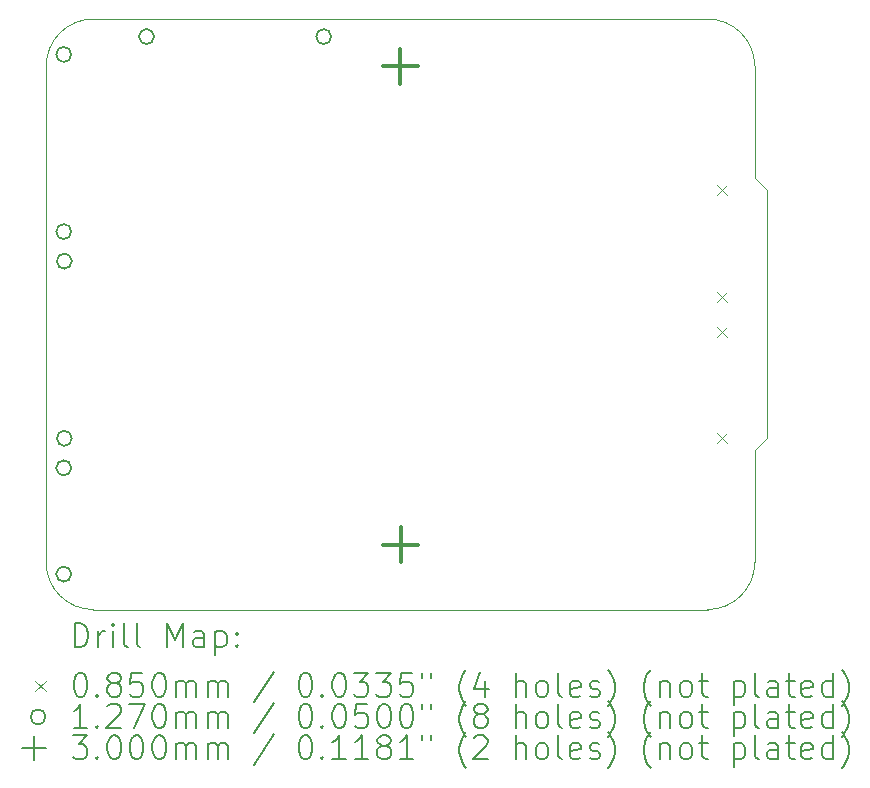
<source format=gbr>
%TF.GenerationSoftware,KiCad,Pcbnew,7.0.2*%
%TF.CreationDate,2023-11-21T14:40:06-06:00*%
%TF.ProjectId,LeaderSOM,4c656164-6572-4534-9f4d-2e6b69636164,rev?*%
%TF.SameCoordinates,Original*%
%TF.FileFunction,Drillmap*%
%TF.FilePolarity,Positive*%
%FSLAX45Y45*%
G04 Gerber Fmt 4.5, Leading zero omitted, Abs format (unit mm)*
G04 Created by KiCad (PCBNEW 7.0.2) date 2023-11-21 14:40:06*
%MOMM*%
%LPD*%
G01*
G04 APERTURE LIST*
%ADD10C,0.100000*%
%ADD11C,0.200000*%
%ADD12C,0.085000*%
%ADD13C,0.127000*%
%ADD14C,0.300000*%
G04 APERTURE END LIST*
D10*
X15100000Y-6350000D02*
X15100000Y-8450000D01*
X9400000Y-9900000D02*
X14600000Y-9900000D01*
X15000000Y-6250000D02*
X15100000Y-6350000D01*
X15000000Y-5300000D02*
G75*
G03*
X14600000Y-4900000I-400000J0D01*
G01*
X15000000Y-5300000D02*
X15000000Y-6250000D01*
X14600000Y-9900000D02*
G75*
G03*
X15000000Y-9500000I0J400000D01*
G01*
X15100000Y-8450000D02*
X15000000Y-8550000D01*
X15000000Y-8550000D02*
X15000000Y-9500000D01*
X9400000Y-4900000D02*
G75*
G03*
X9000000Y-5300000I0J-400000D01*
G01*
X9000000Y-5300000D02*
X9000000Y-9500000D01*
X9000000Y-9500000D02*
G75*
G03*
X9400000Y-9900000I400000J0D01*
G01*
X9400000Y-4900000D02*
X14600000Y-4900000D01*
D11*
D12*
X14682500Y-6307500D02*
X14767500Y-6392500D01*
X14767500Y-6307500D02*
X14682500Y-6392500D01*
X14682500Y-7207500D02*
X14767500Y-7292500D01*
X14767500Y-7207500D02*
X14682500Y-7292500D01*
X14682500Y-7507500D02*
X14767500Y-7592500D01*
X14767500Y-7507500D02*
X14682500Y-7592500D01*
X14682500Y-8407500D02*
X14767500Y-8492500D01*
X14767500Y-8407500D02*
X14682500Y-8492500D01*
D13*
X9212500Y-5200000D02*
G75*
G03*
X9212500Y-5200000I-63500J0D01*
G01*
X9212500Y-6700000D02*
G75*
G03*
X9212500Y-6700000I-63500J0D01*
G01*
X9212500Y-8700000D02*
G75*
G03*
X9212500Y-8700000I-63500J0D01*
G01*
X9212500Y-9600000D02*
G75*
G03*
X9212500Y-9600000I-63500J0D01*
G01*
X9217500Y-6950000D02*
G75*
G03*
X9217500Y-6950000I-63500J0D01*
G01*
X9217500Y-8450000D02*
G75*
G03*
X9217500Y-8450000I-63500J0D01*
G01*
X9913500Y-5049000D02*
G75*
G03*
X9913500Y-5049000I-63500J0D01*
G01*
X11413500Y-5049000D02*
G75*
G03*
X11413500Y-5049000I-63500J0D01*
G01*
D14*
X12000000Y-5150000D02*
X12000000Y-5450000D01*
X11850000Y-5300000D02*
X12150000Y-5300000D01*
X12002500Y-9200000D02*
X12002500Y-9500000D01*
X11852500Y-9350000D02*
X12152500Y-9350000D01*
D11*
X9242619Y-10217524D02*
X9242619Y-10017524D01*
X9242619Y-10017524D02*
X9290238Y-10017524D01*
X9290238Y-10017524D02*
X9318810Y-10027048D01*
X9318810Y-10027048D02*
X9337857Y-10046095D01*
X9337857Y-10046095D02*
X9347381Y-10065143D01*
X9347381Y-10065143D02*
X9356905Y-10103238D01*
X9356905Y-10103238D02*
X9356905Y-10131810D01*
X9356905Y-10131810D02*
X9347381Y-10169905D01*
X9347381Y-10169905D02*
X9337857Y-10188952D01*
X9337857Y-10188952D02*
X9318810Y-10208000D01*
X9318810Y-10208000D02*
X9290238Y-10217524D01*
X9290238Y-10217524D02*
X9242619Y-10217524D01*
X9442619Y-10217524D02*
X9442619Y-10084190D01*
X9442619Y-10122286D02*
X9452143Y-10103238D01*
X9452143Y-10103238D02*
X9461667Y-10093714D01*
X9461667Y-10093714D02*
X9480714Y-10084190D01*
X9480714Y-10084190D02*
X9499762Y-10084190D01*
X9566429Y-10217524D02*
X9566429Y-10084190D01*
X9566429Y-10017524D02*
X9556905Y-10027048D01*
X9556905Y-10027048D02*
X9566429Y-10036571D01*
X9566429Y-10036571D02*
X9575952Y-10027048D01*
X9575952Y-10027048D02*
X9566429Y-10017524D01*
X9566429Y-10017524D02*
X9566429Y-10036571D01*
X9690238Y-10217524D02*
X9671190Y-10208000D01*
X9671190Y-10208000D02*
X9661667Y-10188952D01*
X9661667Y-10188952D02*
X9661667Y-10017524D01*
X9795000Y-10217524D02*
X9775952Y-10208000D01*
X9775952Y-10208000D02*
X9766429Y-10188952D01*
X9766429Y-10188952D02*
X9766429Y-10017524D01*
X10023571Y-10217524D02*
X10023571Y-10017524D01*
X10023571Y-10017524D02*
X10090238Y-10160381D01*
X10090238Y-10160381D02*
X10156905Y-10017524D01*
X10156905Y-10017524D02*
X10156905Y-10217524D01*
X10337857Y-10217524D02*
X10337857Y-10112762D01*
X10337857Y-10112762D02*
X10328333Y-10093714D01*
X10328333Y-10093714D02*
X10309286Y-10084190D01*
X10309286Y-10084190D02*
X10271190Y-10084190D01*
X10271190Y-10084190D02*
X10252143Y-10093714D01*
X10337857Y-10208000D02*
X10318810Y-10217524D01*
X10318810Y-10217524D02*
X10271190Y-10217524D01*
X10271190Y-10217524D02*
X10252143Y-10208000D01*
X10252143Y-10208000D02*
X10242619Y-10188952D01*
X10242619Y-10188952D02*
X10242619Y-10169905D01*
X10242619Y-10169905D02*
X10252143Y-10150857D01*
X10252143Y-10150857D02*
X10271190Y-10141333D01*
X10271190Y-10141333D02*
X10318810Y-10141333D01*
X10318810Y-10141333D02*
X10337857Y-10131810D01*
X10433095Y-10084190D02*
X10433095Y-10284190D01*
X10433095Y-10093714D02*
X10452143Y-10084190D01*
X10452143Y-10084190D02*
X10490238Y-10084190D01*
X10490238Y-10084190D02*
X10509286Y-10093714D01*
X10509286Y-10093714D02*
X10518810Y-10103238D01*
X10518810Y-10103238D02*
X10528333Y-10122286D01*
X10528333Y-10122286D02*
X10528333Y-10179429D01*
X10528333Y-10179429D02*
X10518810Y-10198476D01*
X10518810Y-10198476D02*
X10509286Y-10208000D01*
X10509286Y-10208000D02*
X10490238Y-10217524D01*
X10490238Y-10217524D02*
X10452143Y-10217524D01*
X10452143Y-10217524D02*
X10433095Y-10208000D01*
X10614048Y-10198476D02*
X10623571Y-10208000D01*
X10623571Y-10208000D02*
X10614048Y-10217524D01*
X10614048Y-10217524D02*
X10604524Y-10208000D01*
X10604524Y-10208000D02*
X10614048Y-10198476D01*
X10614048Y-10198476D02*
X10614048Y-10217524D01*
X10614048Y-10093714D02*
X10623571Y-10103238D01*
X10623571Y-10103238D02*
X10614048Y-10112762D01*
X10614048Y-10112762D02*
X10604524Y-10103238D01*
X10604524Y-10103238D02*
X10614048Y-10093714D01*
X10614048Y-10093714D02*
X10614048Y-10112762D01*
D12*
X8910000Y-10502500D02*
X8995000Y-10587500D01*
X8995000Y-10502500D02*
X8910000Y-10587500D01*
D11*
X9280714Y-10437524D02*
X9299762Y-10437524D01*
X9299762Y-10437524D02*
X9318810Y-10447048D01*
X9318810Y-10447048D02*
X9328333Y-10456571D01*
X9328333Y-10456571D02*
X9337857Y-10475619D01*
X9337857Y-10475619D02*
X9347381Y-10513714D01*
X9347381Y-10513714D02*
X9347381Y-10561333D01*
X9347381Y-10561333D02*
X9337857Y-10599429D01*
X9337857Y-10599429D02*
X9328333Y-10618476D01*
X9328333Y-10618476D02*
X9318810Y-10628000D01*
X9318810Y-10628000D02*
X9299762Y-10637524D01*
X9299762Y-10637524D02*
X9280714Y-10637524D01*
X9280714Y-10637524D02*
X9261667Y-10628000D01*
X9261667Y-10628000D02*
X9252143Y-10618476D01*
X9252143Y-10618476D02*
X9242619Y-10599429D01*
X9242619Y-10599429D02*
X9233095Y-10561333D01*
X9233095Y-10561333D02*
X9233095Y-10513714D01*
X9233095Y-10513714D02*
X9242619Y-10475619D01*
X9242619Y-10475619D02*
X9252143Y-10456571D01*
X9252143Y-10456571D02*
X9261667Y-10447048D01*
X9261667Y-10447048D02*
X9280714Y-10437524D01*
X9433095Y-10618476D02*
X9442619Y-10628000D01*
X9442619Y-10628000D02*
X9433095Y-10637524D01*
X9433095Y-10637524D02*
X9423571Y-10628000D01*
X9423571Y-10628000D02*
X9433095Y-10618476D01*
X9433095Y-10618476D02*
X9433095Y-10637524D01*
X9556905Y-10523238D02*
X9537857Y-10513714D01*
X9537857Y-10513714D02*
X9528333Y-10504190D01*
X9528333Y-10504190D02*
X9518810Y-10485143D01*
X9518810Y-10485143D02*
X9518810Y-10475619D01*
X9518810Y-10475619D02*
X9528333Y-10456571D01*
X9528333Y-10456571D02*
X9537857Y-10447048D01*
X9537857Y-10447048D02*
X9556905Y-10437524D01*
X9556905Y-10437524D02*
X9595000Y-10437524D01*
X9595000Y-10437524D02*
X9614048Y-10447048D01*
X9614048Y-10447048D02*
X9623571Y-10456571D01*
X9623571Y-10456571D02*
X9633095Y-10475619D01*
X9633095Y-10475619D02*
X9633095Y-10485143D01*
X9633095Y-10485143D02*
X9623571Y-10504190D01*
X9623571Y-10504190D02*
X9614048Y-10513714D01*
X9614048Y-10513714D02*
X9595000Y-10523238D01*
X9595000Y-10523238D02*
X9556905Y-10523238D01*
X9556905Y-10523238D02*
X9537857Y-10532762D01*
X9537857Y-10532762D02*
X9528333Y-10542286D01*
X9528333Y-10542286D02*
X9518810Y-10561333D01*
X9518810Y-10561333D02*
X9518810Y-10599429D01*
X9518810Y-10599429D02*
X9528333Y-10618476D01*
X9528333Y-10618476D02*
X9537857Y-10628000D01*
X9537857Y-10628000D02*
X9556905Y-10637524D01*
X9556905Y-10637524D02*
X9595000Y-10637524D01*
X9595000Y-10637524D02*
X9614048Y-10628000D01*
X9614048Y-10628000D02*
X9623571Y-10618476D01*
X9623571Y-10618476D02*
X9633095Y-10599429D01*
X9633095Y-10599429D02*
X9633095Y-10561333D01*
X9633095Y-10561333D02*
X9623571Y-10542286D01*
X9623571Y-10542286D02*
X9614048Y-10532762D01*
X9614048Y-10532762D02*
X9595000Y-10523238D01*
X9814048Y-10437524D02*
X9718810Y-10437524D01*
X9718810Y-10437524D02*
X9709286Y-10532762D01*
X9709286Y-10532762D02*
X9718810Y-10523238D01*
X9718810Y-10523238D02*
X9737857Y-10513714D01*
X9737857Y-10513714D02*
X9785476Y-10513714D01*
X9785476Y-10513714D02*
X9804524Y-10523238D01*
X9804524Y-10523238D02*
X9814048Y-10532762D01*
X9814048Y-10532762D02*
X9823571Y-10551810D01*
X9823571Y-10551810D02*
X9823571Y-10599429D01*
X9823571Y-10599429D02*
X9814048Y-10618476D01*
X9814048Y-10618476D02*
X9804524Y-10628000D01*
X9804524Y-10628000D02*
X9785476Y-10637524D01*
X9785476Y-10637524D02*
X9737857Y-10637524D01*
X9737857Y-10637524D02*
X9718810Y-10628000D01*
X9718810Y-10628000D02*
X9709286Y-10618476D01*
X9947381Y-10437524D02*
X9966429Y-10437524D01*
X9966429Y-10437524D02*
X9985476Y-10447048D01*
X9985476Y-10447048D02*
X9995000Y-10456571D01*
X9995000Y-10456571D02*
X10004524Y-10475619D01*
X10004524Y-10475619D02*
X10014048Y-10513714D01*
X10014048Y-10513714D02*
X10014048Y-10561333D01*
X10014048Y-10561333D02*
X10004524Y-10599429D01*
X10004524Y-10599429D02*
X9995000Y-10618476D01*
X9995000Y-10618476D02*
X9985476Y-10628000D01*
X9985476Y-10628000D02*
X9966429Y-10637524D01*
X9966429Y-10637524D02*
X9947381Y-10637524D01*
X9947381Y-10637524D02*
X9928333Y-10628000D01*
X9928333Y-10628000D02*
X9918810Y-10618476D01*
X9918810Y-10618476D02*
X9909286Y-10599429D01*
X9909286Y-10599429D02*
X9899762Y-10561333D01*
X9899762Y-10561333D02*
X9899762Y-10513714D01*
X9899762Y-10513714D02*
X9909286Y-10475619D01*
X9909286Y-10475619D02*
X9918810Y-10456571D01*
X9918810Y-10456571D02*
X9928333Y-10447048D01*
X9928333Y-10447048D02*
X9947381Y-10437524D01*
X10099762Y-10637524D02*
X10099762Y-10504190D01*
X10099762Y-10523238D02*
X10109286Y-10513714D01*
X10109286Y-10513714D02*
X10128333Y-10504190D01*
X10128333Y-10504190D02*
X10156905Y-10504190D01*
X10156905Y-10504190D02*
X10175952Y-10513714D01*
X10175952Y-10513714D02*
X10185476Y-10532762D01*
X10185476Y-10532762D02*
X10185476Y-10637524D01*
X10185476Y-10532762D02*
X10195000Y-10513714D01*
X10195000Y-10513714D02*
X10214048Y-10504190D01*
X10214048Y-10504190D02*
X10242619Y-10504190D01*
X10242619Y-10504190D02*
X10261667Y-10513714D01*
X10261667Y-10513714D02*
X10271191Y-10532762D01*
X10271191Y-10532762D02*
X10271191Y-10637524D01*
X10366429Y-10637524D02*
X10366429Y-10504190D01*
X10366429Y-10523238D02*
X10375952Y-10513714D01*
X10375952Y-10513714D02*
X10395000Y-10504190D01*
X10395000Y-10504190D02*
X10423572Y-10504190D01*
X10423572Y-10504190D02*
X10442619Y-10513714D01*
X10442619Y-10513714D02*
X10452143Y-10532762D01*
X10452143Y-10532762D02*
X10452143Y-10637524D01*
X10452143Y-10532762D02*
X10461667Y-10513714D01*
X10461667Y-10513714D02*
X10480714Y-10504190D01*
X10480714Y-10504190D02*
X10509286Y-10504190D01*
X10509286Y-10504190D02*
X10528333Y-10513714D01*
X10528333Y-10513714D02*
X10537857Y-10532762D01*
X10537857Y-10532762D02*
X10537857Y-10637524D01*
X10928333Y-10428000D02*
X10756905Y-10685143D01*
X11185476Y-10437524D02*
X11204524Y-10437524D01*
X11204524Y-10437524D02*
X11223572Y-10447048D01*
X11223572Y-10447048D02*
X11233095Y-10456571D01*
X11233095Y-10456571D02*
X11242619Y-10475619D01*
X11242619Y-10475619D02*
X11252143Y-10513714D01*
X11252143Y-10513714D02*
X11252143Y-10561333D01*
X11252143Y-10561333D02*
X11242619Y-10599429D01*
X11242619Y-10599429D02*
X11233095Y-10618476D01*
X11233095Y-10618476D02*
X11223572Y-10628000D01*
X11223572Y-10628000D02*
X11204524Y-10637524D01*
X11204524Y-10637524D02*
X11185476Y-10637524D01*
X11185476Y-10637524D02*
X11166429Y-10628000D01*
X11166429Y-10628000D02*
X11156905Y-10618476D01*
X11156905Y-10618476D02*
X11147381Y-10599429D01*
X11147381Y-10599429D02*
X11137857Y-10561333D01*
X11137857Y-10561333D02*
X11137857Y-10513714D01*
X11137857Y-10513714D02*
X11147381Y-10475619D01*
X11147381Y-10475619D02*
X11156905Y-10456571D01*
X11156905Y-10456571D02*
X11166429Y-10447048D01*
X11166429Y-10447048D02*
X11185476Y-10437524D01*
X11337857Y-10618476D02*
X11347381Y-10628000D01*
X11347381Y-10628000D02*
X11337857Y-10637524D01*
X11337857Y-10637524D02*
X11328333Y-10628000D01*
X11328333Y-10628000D02*
X11337857Y-10618476D01*
X11337857Y-10618476D02*
X11337857Y-10637524D01*
X11471191Y-10437524D02*
X11490238Y-10437524D01*
X11490238Y-10437524D02*
X11509286Y-10447048D01*
X11509286Y-10447048D02*
X11518810Y-10456571D01*
X11518810Y-10456571D02*
X11528333Y-10475619D01*
X11528333Y-10475619D02*
X11537857Y-10513714D01*
X11537857Y-10513714D02*
X11537857Y-10561333D01*
X11537857Y-10561333D02*
X11528333Y-10599429D01*
X11528333Y-10599429D02*
X11518810Y-10618476D01*
X11518810Y-10618476D02*
X11509286Y-10628000D01*
X11509286Y-10628000D02*
X11490238Y-10637524D01*
X11490238Y-10637524D02*
X11471191Y-10637524D01*
X11471191Y-10637524D02*
X11452143Y-10628000D01*
X11452143Y-10628000D02*
X11442619Y-10618476D01*
X11442619Y-10618476D02*
X11433095Y-10599429D01*
X11433095Y-10599429D02*
X11423572Y-10561333D01*
X11423572Y-10561333D02*
X11423572Y-10513714D01*
X11423572Y-10513714D02*
X11433095Y-10475619D01*
X11433095Y-10475619D02*
X11442619Y-10456571D01*
X11442619Y-10456571D02*
X11452143Y-10447048D01*
X11452143Y-10447048D02*
X11471191Y-10437524D01*
X11604524Y-10437524D02*
X11728333Y-10437524D01*
X11728333Y-10437524D02*
X11661667Y-10513714D01*
X11661667Y-10513714D02*
X11690238Y-10513714D01*
X11690238Y-10513714D02*
X11709286Y-10523238D01*
X11709286Y-10523238D02*
X11718810Y-10532762D01*
X11718810Y-10532762D02*
X11728333Y-10551810D01*
X11728333Y-10551810D02*
X11728333Y-10599429D01*
X11728333Y-10599429D02*
X11718810Y-10618476D01*
X11718810Y-10618476D02*
X11709286Y-10628000D01*
X11709286Y-10628000D02*
X11690238Y-10637524D01*
X11690238Y-10637524D02*
X11633095Y-10637524D01*
X11633095Y-10637524D02*
X11614048Y-10628000D01*
X11614048Y-10628000D02*
X11604524Y-10618476D01*
X11795000Y-10437524D02*
X11918810Y-10437524D01*
X11918810Y-10437524D02*
X11852143Y-10513714D01*
X11852143Y-10513714D02*
X11880714Y-10513714D01*
X11880714Y-10513714D02*
X11899762Y-10523238D01*
X11899762Y-10523238D02*
X11909286Y-10532762D01*
X11909286Y-10532762D02*
X11918810Y-10551810D01*
X11918810Y-10551810D02*
X11918810Y-10599429D01*
X11918810Y-10599429D02*
X11909286Y-10618476D01*
X11909286Y-10618476D02*
X11899762Y-10628000D01*
X11899762Y-10628000D02*
X11880714Y-10637524D01*
X11880714Y-10637524D02*
X11823572Y-10637524D01*
X11823572Y-10637524D02*
X11804524Y-10628000D01*
X11804524Y-10628000D02*
X11795000Y-10618476D01*
X12099762Y-10437524D02*
X12004524Y-10437524D01*
X12004524Y-10437524D02*
X11995000Y-10532762D01*
X11995000Y-10532762D02*
X12004524Y-10523238D01*
X12004524Y-10523238D02*
X12023572Y-10513714D01*
X12023572Y-10513714D02*
X12071191Y-10513714D01*
X12071191Y-10513714D02*
X12090238Y-10523238D01*
X12090238Y-10523238D02*
X12099762Y-10532762D01*
X12099762Y-10532762D02*
X12109286Y-10551810D01*
X12109286Y-10551810D02*
X12109286Y-10599429D01*
X12109286Y-10599429D02*
X12099762Y-10618476D01*
X12099762Y-10618476D02*
X12090238Y-10628000D01*
X12090238Y-10628000D02*
X12071191Y-10637524D01*
X12071191Y-10637524D02*
X12023572Y-10637524D01*
X12023572Y-10637524D02*
X12004524Y-10628000D01*
X12004524Y-10628000D02*
X11995000Y-10618476D01*
X12185476Y-10437524D02*
X12185476Y-10475619D01*
X12261667Y-10437524D02*
X12261667Y-10475619D01*
X12556905Y-10713714D02*
X12547381Y-10704190D01*
X12547381Y-10704190D02*
X12528334Y-10675619D01*
X12528334Y-10675619D02*
X12518810Y-10656571D01*
X12518810Y-10656571D02*
X12509286Y-10628000D01*
X12509286Y-10628000D02*
X12499762Y-10580381D01*
X12499762Y-10580381D02*
X12499762Y-10542286D01*
X12499762Y-10542286D02*
X12509286Y-10494667D01*
X12509286Y-10494667D02*
X12518810Y-10466095D01*
X12518810Y-10466095D02*
X12528334Y-10447048D01*
X12528334Y-10447048D02*
X12547381Y-10418476D01*
X12547381Y-10418476D02*
X12556905Y-10408952D01*
X12718810Y-10504190D02*
X12718810Y-10637524D01*
X12671191Y-10428000D02*
X12623572Y-10570857D01*
X12623572Y-10570857D02*
X12747381Y-10570857D01*
X12975953Y-10637524D02*
X12975953Y-10437524D01*
X13061667Y-10637524D02*
X13061667Y-10532762D01*
X13061667Y-10532762D02*
X13052143Y-10513714D01*
X13052143Y-10513714D02*
X13033096Y-10504190D01*
X13033096Y-10504190D02*
X13004524Y-10504190D01*
X13004524Y-10504190D02*
X12985476Y-10513714D01*
X12985476Y-10513714D02*
X12975953Y-10523238D01*
X13185476Y-10637524D02*
X13166429Y-10628000D01*
X13166429Y-10628000D02*
X13156905Y-10618476D01*
X13156905Y-10618476D02*
X13147381Y-10599429D01*
X13147381Y-10599429D02*
X13147381Y-10542286D01*
X13147381Y-10542286D02*
X13156905Y-10523238D01*
X13156905Y-10523238D02*
X13166429Y-10513714D01*
X13166429Y-10513714D02*
X13185476Y-10504190D01*
X13185476Y-10504190D02*
X13214048Y-10504190D01*
X13214048Y-10504190D02*
X13233096Y-10513714D01*
X13233096Y-10513714D02*
X13242619Y-10523238D01*
X13242619Y-10523238D02*
X13252143Y-10542286D01*
X13252143Y-10542286D02*
X13252143Y-10599429D01*
X13252143Y-10599429D02*
X13242619Y-10618476D01*
X13242619Y-10618476D02*
X13233096Y-10628000D01*
X13233096Y-10628000D02*
X13214048Y-10637524D01*
X13214048Y-10637524D02*
X13185476Y-10637524D01*
X13366429Y-10637524D02*
X13347381Y-10628000D01*
X13347381Y-10628000D02*
X13337857Y-10608952D01*
X13337857Y-10608952D02*
X13337857Y-10437524D01*
X13518810Y-10628000D02*
X13499762Y-10637524D01*
X13499762Y-10637524D02*
X13461667Y-10637524D01*
X13461667Y-10637524D02*
X13442619Y-10628000D01*
X13442619Y-10628000D02*
X13433096Y-10608952D01*
X13433096Y-10608952D02*
X13433096Y-10532762D01*
X13433096Y-10532762D02*
X13442619Y-10513714D01*
X13442619Y-10513714D02*
X13461667Y-10504190D01*
X13461667Y-10504190D02*
X13499762Y-10504190D01*
X13499762Y-10504190D02*
X13518810Y-10513714D01*
X13518810Y-10513714D02*
X13528334Y-10532762D01*
X13528334Y-10532762D02*
X13528334Y-10551810D01*
X13528334Y-10551810D02*
X13433096Y-10570857D01*
X13604524Y-10628000D02*
X13623572Y-10637524D01*
X13623572Y-10637524D02*
X13661667Y-10637524D01*
X13661667Y-10637524D02*
X13680715Y-10628000D01*
X13680715Y-10628000D02*
X13690238Y-10608952D01*
X13690238Y-10608952D02*
X13690238Y-10599429D01*
X13690238Y-10599429D02*
X13680715Y-10580381D01*
X13680715Y-10580381D02*
X13661667Y-10570857D01*
X13661667Y-10570857D02*
X13633096Y-10570857D01*
X13633096Y-10570857D02*
X13614048Y-10561333D01*
X13614048Y-10561333D02*
X13604524Y-10542286D01*
X13604524Y-10542286D02*
X13604524Y-10532762D01*
X13604524Y-10532762D02*
X13614048Y-10513714D01*
X13614048Y-10513714D02*
X13633096Y-10504190D01*
X13633096Y-10504190D02*
X13661667Y-10504190D01*
X13661667Y-10504190D02*
X13680715Y-10513714D01*
X13756905Y-10713714D02*
X13766429Y-10704190D01*
X13766429Y-10704190D02*
X13785477Y-10675619D01*
X13785477Y-10675619D02*
X13795000Y-10656571D01*
X13795000Y-10656571D02*
X13804524Y-10628000D01*
X13804524Y-10628000D02*
X13814048Y-10580381D01*
X13814048Y-10580381D02*
X13814048Y-10542286D01*
X13814048Y-10542286D02*
X13804524Y-10494667D01*
X13804524Y-10494667D02*
X13795000Y-10466095D01*
X13795000Y-10466095D02*
X13785477Y-10447048D01*
X13785477Y-10447048D02*
X13766429Y-10418476D01*
X13766429Y-10418476D02*
X13756905Y-10408952D01*
X14118810Y-10713714D02*
X14109286Y-10704190D01*
X14109286Y-10704190D02*
X14090238Y-10675619D01*
X14090238Y-10675619D02*
X14080715Y-10656571D01*
X14080715Y-10656571D02*
X14071191Y-10628000D01*
X14071191Y-10628000D02*
X14061667Y-10580381D01*
X14061667Y-10580381D02*
X14061667Y-10542286D01*
X14061667Y-10542286D02*
X14071191Y-10494667D01*
X14071191Y-10494667D02*
X14080715Y-10466095D01*
X14080715Y-10466095D02*
X14090238Y-10447048D01*
X14090238Y-10447048D02*
X14109286Y-10418476D01*
X14109286Y-10418476D02*
X14118810Y-10408952D01*
X14195000Y-10504190D02*
X14195000Y-10637524D01*
X14195000Y-10523238D02*
X14204524Y-10513714D01*
X14204524Y-10513714D02*
X14223572Y-10504190D01*
X14223572Y-10504190D02*
X14252143Y-10504190D01*
X14252143Y-10504190D02*
X14271191Y-10513714D01*
X14271191Y-10513714D02*
X14280715Y-10532762D01*
X14280715Y-10532762D02*
X14280715Y-10637524D01*
X14404524Y-10637524D02*
X14385477Y-10628000D01*
X14385477Y-10628000D02*
X14375953Y-10618476D01*
X14375953Y-10618476D02*
X14366429Y-10599429D01*
X14366429Y-10599429D02*
X14366429Y-10542286D01*
X14366429Y-10542286D02*
X14375953Y-10523238D01*
X14375953Y-10523238D02*
X14385477Y-10513714D01*
X14385477Y-10513714D02*
X14404524Y-10504190D01*
X14404524Y-10504190D02*
X14433096Y-10504190D01*
X14433096Y-10504190D02*
X14452143Y-10513714D01*
X14452143Y-10513714D02*
X14461667Y-10523238D01*
X14461667Y-10523238D02*
X14471191Y-10542286D01*
X14471191Y-10542286D02*
X14471191Y-10599429D01*
X14471191Y-10599429D02*
X14461667Y-10618476D01*
X14461667Y-10618476D02*
X14452143Y-10628000D01*
X14452143Y-10628000D02*
X14433096Y-10637524D01*
X14433096Y-10637524D02*
X14404524Y-10637524D01*
X14528334Y-10504190D02*
X14604524Y-10504190D01*
X14556905Y-10437524D02*
X14556905Y-10608952D01*
X14556905Y-10608952D02*
X14566429Y-10628000D01*
X14566429Y-10628000D02*
X14585477Y-10637524D01*
X14585477Y-10637524D02*
X14604524Y-10637524D01*
X14823572Y-10504190D02*
X14823572Y-10704190D01*
X14823572Y-10513714D02*
X14842619Y-10504190D01*
X14842619Y-10504190D02*
X14880715Y-10504190D01*
X14880715Y-10504190D02*
X14899762Y-10513714D01*
X14899762Y-10513714D02*
X14909286Y-10523238D01*
X14909286Y-10523238D02*
X14918810Y-10542286D01*
X14918810Y-10542286D02*
X14918810Y-10599429D01*
X14918810Y-10599429D02*
X14909286Y-10618476D01*
X14909286Y-10618476D02*
X14899762Y-10628000D01*
X14899762Y-10628000D02*
X14880715Y-10637524D01*
X14880715Y-10637524D02*
X14842619Y-10637524D01*
X14842619Y-10637524D02*
X14823572Y-10628000D01*
X15033096Y-10637524D02*
X15014048Y-10628000D01*
X15014048Y-10628000D02*
X15004524Y-10608952D01*
X15004524Y-10608952D02*
X15004524Y-10437524D01*
X15195000Y-10637524D02*
X15195000Y-10532762D01*
X15195000Y-10532762D02*
X15185477Y-10513714D01*
X15185477Y-10513714D02*
X15166429Y-10504190D01*
X15166429Y-10504190D02*
X15128334Y-10504190D01*
X15128334Y-10504190D02*
X15109286Y-10513714D01*
X15195000Y-10628000D02*
X15175953Y-10637524D01*
X15175953Y-10637524D02*
X15128334Y-10637524D01*
X15128334Y-10637524D02*
X15109286Y-10628000D01*
X15109286Y-10628000D02*
X15099762Y-10608952D01*
X15099762Y-10608952D02*
X15099762Y-10589905D01*
X15099762Y-10589905D02*
X15109286Y-10570857D01*
X15109286Y-10570857D02*
X15128334Y-10561333D01*
X15128334Y-10561333D02*
X15175953Y-10561333D01*
X15175953Y-10561333D02*
X15195000Y-10551810D01*
X15261667Y-10504190D02*
X15337858Y-10504190D01*
X15290239Y-10437524D02*
X15290239Y-10608952D01*
X15290239Y-10608952D02*
X15299762Y-10628000D01*
X15299762Y-10628000D02*
X15318810Y-10637524D01*
X15318810Y-10637524D02*
X15337858Y-10637524D01*
X15480715Y-10628000D02*
X15461667Y-10637524D01*
X15461667Y-10637524D02*
X15423572Y-10637524D01*
X15423572Y-10637524D02*
X15404524Y-10628000D01*
X15404524Y-10628000D02*
X15395000Y-10608952D01*
X15395000Y-10608952D02*
X15395000Y-10532762D01*
X15395000Y-10532762D02*
X15404524Y-10513714D01*
X15404524Y-10513714D02*
X15423572Y-10504190D01*
X15423572Y-10504190D02*
X15461667Y-10504190D01*
X15461667Y-10504190D02*
X15480715Y-10513714D01*
X15480715Y-10513714D02*
X15490239Y-10532762D01*
X15490239Y-10532762D02*
X15490239Y-10551810D01*
X15490239Y-10551810D02*
X15395000Y-10570857D01*
X15661667Y-10637524D02*
X15661667Y-10437524D01*
X15661667Y-10628000D02*
X15642620Y-10637524D01*
X15642620Y-10637524D02*
X15604524Y-10637524D01*
X15604524Y-10637524D02*
X15585477Y-10628000D01*
X15585477Y-10628000D02*
X15575953Y-10618476D01*
X15575953Y-10618476D02*
X15566429Y-10599429D01*
X15566429Y-10599429D02*
X15566429Y-10542286D01*
X15566429Y-10542286D02*
X15575953Y-10523238D01*
X15575953Y-10523238D02*
X15585477Y-10513714D01*
X15585477Y-10513714D02*
X15604524Y-10504190D01*
X15604524Y-10504190D02*
X15642620Y-10504190D01*
X15642620Y-10504190D02*
X15661667Y-10513714D01*
X15737858Y-10713714D02*
X15747381Y-10704190D01*
X15747381Y-10704190D02*
X15766429Y-10675619D01*
X15766429Y-10675619D02*
X15775953Y-10656571D01*
X15775953Y-10656571D02*
X15785477Y-10628000D01*
X15785477Y-10628000D02*
X15795000Y-10580381D01*
X15795000Y-10580381D02*
X15795000Y-10542286D01*
X15795000Y-10542286D02*
X15785477Y-10494667D01*
X15785477Y-10494667D02*
X15775953Y-10466095D01*
X15775953Y-10466095D02*
X15766429Y-10447048D01*
X15766429Y-10447048D02*
X15747381Y-10418476D01*
X15747381Y-10418476D02*
X15737858Y-10408952D01*
D13*
X8995000Y-10809000D02*
G75*
G03*
X8995000Y-10809000I-63500J0D01*
G01*
D11*
X9347381Y-10901524D02*
X9233095Y-10901524D01*
X9290238Y-10901524D02*
X9290238Y-10701524D01*
X9290238Y-10701524D02*
X9271190Y-10730095D01*
X9271190Y-10730095D02*
X9252143Y-10749143D01*
X9252143Y-10749143D02*
X9233095Y-10758667D01*
X9433095Y-10882476D02*
X9442619Y-10892000D01*
X9442619Y-10892000D02*
X9433095Y-10901524D01*
X9433095Y-10901524D02*
X9423571Y-10892000D01*
X9423571Y-10892000D02*
X9433095Y-10882476D01*
X9433095Y-10882476D02*
X9433095Y-10901524D01*
X9518810Y-10720571D02*
X9528333Y-10711048D01*
X9528333Y-10711048D02*
X9547381Y-10701524D01*
X9547381Y-10701524D02*
X9595000Y-10701524D01*
X9595000Y-10701524D02*
X9614048Y-10711048D01*
X9614048Y-10711048D02*
X9623571Y-10720571D01*
X9623571Y-10720571D02*
X9633095Y-10739619D01*
X9633095Y-10739619D02*
X9633095Y-10758667D01*
X9633095Y-10758667D02*
X9623571Y-10787238D01*
X9623571Y-10787238D02*
X9509286Y-10901524D01*
X9509286Y-10901524D02*
X9633095Y-10901524D01*
X9699762Y-10701524D02*
X9833095Y-10701524D01*
X9833095Y-10701524D02*
X9747381Y-10901524D01*
X9947381Y-10701524D02*
X9966429Y-10701524D01*
X9966429Y-10701524D02*
X9985476Y-10711048D01*
X9985476Y-10711048D02*
X9995000Y-10720571D01*
X9995000Y-10720571D02*
X10004524Y-10739619D01*
X10004524Y-10739619D02*
X10014048Y-10777714D01*
X10014048Y-10777714D02*
X10014048Y-10825333D01*
X10014048Y-10825333D02*
X10004524Y-10863429D01*
X10004524Y-10863429D02*
X9995000Y-10882476D01*
X9995000Y-10882476D02*
X9985476Y-10892000D01*
X9985476Y-10892000D02*
X9966429Y-10901524D01*
X9966429Y-10901524D02*
X9947381Y-10901524D01*
X9947381Y-10901524D02*
X9928333Y-10892000D01*
X9928333Y-10892000D02*
X9918810Y-10882476D01*
X9918810Y-10882476D02*
X9909286Y-10863429D01*
X9909286Y-10863429D02*
X9899762Y-10825333D01*
X9899762Y-10825333D02*
X9899762Y-10777714D01*
X9899762Y-10777714D02*
X9909286Y-10739619D01*
X9909286Y-10739619D02*
X9918810Y-10720571D01*
X9918810Y-10720571D02*
X9928333Y-10711048D01*
X9928333Y-10711048D02*
X9947381Y-10701524D01*
X10099762Y-10901524D02*
X10099762Y-10768190D01*
X10099762Y-10787238D02*
X10109286Y-10777714D01*
X10109286Y-10777714D02*
X10128333Y-10768190D01*
X10128333Y-10768190D02*
X10156905Y-10768190D01*
X10156905Y-10768190D02*
X10175952Y-10777714D01*
X10175952Y-10777714D02*
X10185476Y-10796762D01*
X10185476Y-10796762D02*
X10185476Y-10901524D01*
X10185476Y-10796762D02*
X10195000Y-10777714D01*
X10195000Y-10777714D02*
X10214048Y-10768190D01*
X10214048Y-10768190D02*
X10242619Y-10768190D01*
X10242619Y-10768190D02*
X10261667Y-10777714D01*
X10261667Y-10777714D02*
X10271191Y-10796762D01*
X10271191Y-10796762D02*
X10271191Y-10901524D01*
X10366429Y-10901524D02*
X10366429Y-10768190D01*
X10366429Y-10787238D02*
X10375952Y-10777714D01*
X10375952Y-10777714D02*
X10395000Y-10768190D01*
X10395000Y-10768190D02*
X10423572Y-10768190D01*
X10423572Y-10768190D02*
X10442619Y-10777714D01*
X10442619Y-10777714D02*
X10452143Y-10796762D01*
X10452143Y-10796762D02*
X10452143Y-10901524D01*
X10452143Y-10796762D02*
X10461667Y-10777714D01*
X10461667Y-10777714D02*
X10480714Y-10768190D01*
X10480714Y-10768190D02*
X10509286Y-10768190D01*
X10509286Y-10768190D02*
X10528333Y-10777714D01*
X10528333Y-10777714D02*
X10537857Y-10796762D01*
X10537857Y-10796762D02*
X10537857Y-10901524D01*
X10928333Y-10692000D02*
X10756905Y-10949143D01*
X11185476Y-10701524D02*
X11204524Y-10701524D01*
X11204524Y-10701524D02*
X11223572Y-10711048D01*
X11223572Y-10711048D02*
X11233095Y-10720571D01*
X11233095Y-10720571D02*
X11242619Y-10739619D01*
X11242619Y-10739619D02*
X11252143Y-10777714D01*
X11252143Y-10777714D02*
X11252143Y-10825333D01*
X11252143Y-10825333D02*
X11242619Y-10863429D01*
X11242619Y-10863429D02*
X11233095Y-10882476D01*
X11233095Y-10882476D02*
X11223572Y-10892000D01*
X11223572Y-10892000D02*
X11204524Y-10901524D01*
X11204524Y-10901524D02*
X11185476Y-10901524D01*
X11185476Y-10901524D02*
X11166429Y-10892000D01*
X11166429Y-10892000D02*
X11156905Y-10882476D01*
X11156905Y-10882476D02*
X11147381Y-10863429D01*
X11147381Y-10863429D02*
X11137857Y-10825333D01*
X11137857Y-10825333D02*
X11137857Y-10777714D01*
X11137857Y-10777714D02*
X11147381Y-10739619D01*
X11147381Y-10739619D02*
X11156905Y-10720571D01*
X11156905Y-10720571D02*
X11166429Y-10711048D01*
X11166429Y-10711048D02*
X11185476Y-10701524D01*
X11337857Y-10882476D02*
X11347381Y-10892000D01*
X11347381Y-10892000D02*
X11337857Y-10901524D01*
X11337857Y-10901524D02*
X11328333Y-10892000D01*
X11328333Y-10892000D02*
X11337857Y-10882476D01*
X11337857Y-10882476D02*
X11337857Y-10901524D01*
X11471191Y-10701524D02*
X11490238Y-10701524D01*
X11490238Y-10701524D02*
X11509286Y-10711048D01*
X11509286Y-10711048D02*
X11518810Y-10720571D01*
X11518810Y-10720571D02*
X11528333Y-10739619D01*
X11528333Y-10739619D02*
X11537857Y-10777714D01*
X11537857Y-10777714D02*
X11537857Y-10825333D01*
X11537857Y-10825333D02*
X11528333Y-10863429D01*
X11528333Y-10863429D02*
X11518810Y-10882476D01*
X11518810Y-10882476D02*
X11509286Y-10892000D01*
X11509286Y-10892000D02*
X11490238Y-10901524D01*
X11490238Y-10901524D02*
X11471191Y-10901524D01*
X11471191Y-10901524D02*
X11452143Y-10892000D01*
X11452143Y-10892000D02*
X11442619Y-10882476D01*
X11442619Y-10882476D02*
X11433095Y-10863429D01*
X11433095Y-10863429D02*
X11423572Y-10825333D01*
X11423572Y-10825333D02*
X11423572Y-10777714D01*
X11423572Y-10777714D02*
X11433095Y-10739619D01*
X11433095Y-10739619D02*
X11442619Y-10720571D01*
X11442619Y-10720571D02*
X11452143Y-10711048D01*
X11452143Y-10711048D02*
X11471191Y-10701524D01*
X11718810Y-10701524D02*
X11623572Y-10701524D01*
X11623572Y-10701524D02*
X11614048Y-10796762D01*
X11614048Y-10796762D02*
X11623572Y-10787238D01*
X11623572Y-10787238D02*
X11642619Y-10777714D01*
X11642619Y-10777714D02*
X11690238Y-10777714D01*
X11690238Y-10777714D02*
X11709286Y-10787238D01*
X11709286Y-10787238D02*
X11718810Y-10796762D01*
X11718810Y-10796762D02*
X11728333Y-10815810D01*
X11728333Y-10815810D02*
X11728333Y-10863429D01*
X11728333Y-10863429D02*
X11718810Y-10882476D01*
X11718810Y-10882476D02*
X11709286Y-10892000D01*
X11709286Y-10892000D02*
X11690238Y-10901524D01*
X11690238Y-10901524D02*
X11642619Y-10901524D01*
X11642619Y-10901524D02*
X11623572Y-10892000D01*
X11623572Y-10892000D02*
X11614048Y-10882476D01*
X11852143Y-10701524D02*
X11871191Y-10701524D01*
X11871191Y-10701524D02*
X11890238Y-10711048D01*
X11890238Y-10711048D02*
X11899762Y-10720571D01*
X11899762Y-10720571D02*
X11909286Y-10739619D01*
X11909286Y-10739619D02*
X11918810Y-10777714D01*
X11918810Y-10777714D02*
X11918810Y-10825333D01*
X11918810Y-10825333D02*
X11909286Y-10863429D01*
X11909286Y-10863429D02*
X11899762Y-10882476D01*
X11899762Y-10882476D02*
X11890238Y-10892000D01*
X11890238Y-10892000D02*
X11871191Y-10901524D01*
X11871191Y-10901524D02*
X11852143Y-10901524D01*
X11852143Y-10901524D02*
X11833095Y-10892000D01*
X11833095Y-10892000D02*
X11823572Y-10882476D01*
X11823572Y-10882476D02*
X11814048Y-10863429D01*
X11814048Y-10863429D02*
X11804524Y-10825333D01*
X11804524Y-10825333D02*
X11804524Y-10777714D01*
X11804524Y-10777714D02*
X11814048Y-10739619D01*
X11814048Y-10739619D02*
X11823572Y-10720571D01*
X11823572Y-10720571D02*
X11833095Y-10711048D01*
X11833095Y-10711048D02*
X11852143Y-10701524D01*
X12042619Y-10701524D02*
X12061667Y-10701524D01*
X12061667Y-10701524D02*
X12080714Y-10711048D01*
X12080714Y-10711048D02*
X12090238Y-10720571D01*
X12090238Y-10720571D02*
X12099762Y-10739619D01*
X12099762Y-10739619D02*
X12109286Y-10777714D01*
X12109286Y-10777714D02*
X12109286Y-10825333D01*
X12109286Y-10825333D02*
X12099762Y-10863429D01*
X12099762Y-10863429D02*
X12090238Y-10882476D01*
X12090238Y-10882476D02*
X12080714Y-10892000D01*
X12080714Y-10892000D02*
X12061667Y-10901524D01*
X12061667Y-10901524D02*
X12042619Y-10901524D01*
X12042619Y-10901524D02*
X12023572Y-10892000D01*
X12023572Y-10892000D02*
X12014048Y-10882476D01*
X12014048Y-10882476D02*
X12004524Y-10863429D01*
X12004524Y-10863429D02*
X11995000Y-10825333D01*
X11995000Y-10825333D02*
X11995000Y-10777714D01*
X11995000Y-10777714D02*
X12004524Y-10739619D01*
X12004524Y-10739619D02*
X12014048Y-10720571D01*
X12014048Y-10720571D02*
X12023572Y-10711048D01*
X12023572Y-10711048D02*
X12042619Y-10701524D01*
X12185476Y-10701524D02*
X12185476Y-10739619D01*
X12261667Y-10701524D02*
X12261667Y-10739619D01*
X12556905Y-10977714D02*
X12547381Y-10968190D01*
X12547381Y-10968190D02*
X12528334Y-10939619D01*
X12528334Y-10939619D02*
X12518810Y-10920571D01*
X12518810Y-10920571D02*
X12509286Y-10892000D01*
X12509286Y-10892000D02*
X12499762Y-10844381D01*
X12499762Y-10844381D02*
X12499762Y-10806286D01*
X12499762Y-10806286D02*
X12509286Y-10758667D01*
X12509286Y-10758667D02*
X12518810Y-10730095D01*
X12518810Y-10730095D02*
X12528334Y-10711048D01*
X12528334Y-10711048D02*
X12547381Y-10682476D01*
X12547381Y-10682476D02*
X12556905Y-10672952D01*
X12661667Y-10787238D02*
X12642619Y-10777714D01*
X12642619Y-10777714D02*
X12633095Y-10768190D01*
X12633095Y-10768190D02*
X12623572Y-10749143D01*
X12623572Y-10749143D02*
X12623572Y-10739619D01*
X12623572Y-10739619D02*
X12633095Y-10720571D01*
X12633095Y-10720571D02*
X12642619Y-10711048D01*
X12642619Y-10711048D02*
X12661667Y-10701524D01*
X12661667Y-10701524D02*
X12699762Y-10701524D01*
X12699762Y-10701524D02*
X12718810Y-10711048D01*
X12718810Y-10711048D02*
X12728334Y-10720571D01*
X12728334Y-10720571D02*
X12737857Y-10739619D01*
X12737857Y-10739619D02*
X12737857Y-10749143D01*
X12737857Y-10749143D02*
X12728334Y-10768190D01*
X12728334Y-10768190D02*
X12718810Y-10777714D01*
X12718810Y-10777714D02*
X12699762Y-10787238D01*
X12699762Y-10787238D02*
X12661667Y-10787238D01*
X12661667Y-10787238D02*
X12642619Y-10796762D01*
X12642619Y-10796762D02*
X12633095Y-10806286D01*
X12633095Y-10806286D02*
X12623572Y-10825333D01*
X12623572Y-10825333D02*
X12623572Y-10863429D01*
X12623572Y-10863429D02*
X12633095Y-10882476D01*
X12633095Y-10882476D02*
X12642619Y-10892000D01*
X12642619Y-10892000D02*
X12661667Y-10901524D01*
X12661667Y-10901524D02*
X12699762Y-10901524D01*
X12699762Y-10901524D02*
X12718810Y-10892000D01*
X12718810Y-10892000D02*
X12728334Y-10882476D01*
X12728334Y-10882476D02*
X12737857Y-10863429D01*
X12737857Y-10863429D02*
X12737857Y-10825333D01*
X12737857Y-10825333D02*
X12728334Y-10806286D01*
X12728334Y-10806286D02*
X12718810Y-10796762D01*
X12718810Y-10796762D02*
X12699762Y-10787238D01*
X12975953Y-10901524D02*
X12975953Y-10701524D01*
X13061667Y-10901524D02*
X13061667Y-10796762D01*
X13061667Y-10796762D02*
X13052143Y-10777714D01*
X13052143Y-10777714D02*
X13033096Y-10768190D01*
X13033096Y-10768190D02*
X13004524Y-10768190D01*
X13004524Y-10768190D02*
X12985476Y-10777714D01*
X12985476Y-10777714D02*
X12975953Y-10787238D01*
X13185476Y-10901524D02*
X13166429Y-10892000D01*
X13166429Y-10892000D02*
X13156905Y-10882476D01*
X13156905Y-10882476D02*
X13147381Y-10863429D01*
X13147381Y-10863429D02*
X13147381Y-10806286D01*
X13147381Y-10806286D02*
X13156905Y-10787238D01*
X13156905Y-10787238D02*
X13166429Y-10777714D01*
X13166429Y-10777714D02*
X13185476Y-10768190D01*
X13185476Y-10768190D02*
X13214048Y-10768190D01*
X13214048Y-10768190D02*
X13233096Y-10777714D01*
X13233096Y-10777714D02*
X13242619Y-10787238D01*
X13242619Y-10787238D02*
X13252143Y-10806286D01*
X13252143Y-10806286D02*
X13252143Y-10863429D01*
X13252143Y-10863429D02*
X13242619Y-10882476D01*
X13242619Y-10882476D02*
X13233096Y-10892000D01*
X13233096Y-10892000D02*
X13214048Y-10901524D01*
X13214048Y-10901524D02*
X13185476Y-10901524D01*
X13366429Y-10901524D02*
X13347381Y-10892000D01*
X13347381Y-10892000D02*
X13337857Y-10872952D01*
X13337857Y-10872952D02*
X13337857Y-10701524D01*
X13518810Y-10892000D02*
X13499762Y-10901524D01*
X13499762Y-10901524D02*
X13461667Y-10901524D01*
X13461667Y-10901524D02*
X13442619Y-10892000D01*
X13442619Y-10892000D02*
X13433096Y-10872952D01*
X13433096Y-10872952D02*
X13433096Y-10796762D01*
X13433096Y-10796762D02*
X13442619Y-10777714D01*
X13442619Y-10777714D02*
X13461667Y-10768190D01*
X13461667Y-10768190D02*
X13499762Y-10768190D01*
X13499762Y-10768190D02*
X13518810Y-10777714D01*
X13518810Y-10777714D02*
X13528334Y-10796762D01*
X13528334Y-10796762D02*
X13528334Y-10815810D01*
X13528334Y-10815810D02*
X13433096Y-10834857D01*
X13604524Y-10892000D02*
X13623572Y-10901524D01*
X13623572Y-10901524D02*
X13661667Y-10901524D01*
X13661667Y-10901524D02*
X13680715Y-10892000D01*
X13680715Y-10892000D02*
X13690238Y-10872952D01*
X13690238Y-10872952D02*
X13690238Y-10863429D01*
X13690238Y-10863429D02*
X13680715Y-10844381D01*
X13680715Y-10844381D02*
X13661667Y-10834857D01*
X13661667Y-10834857D02*
X13633096Y-10834857D01*
X13633096Y-10834857D02*
X13614048Y-10825333D01*
X13614048Y-10825333D02*
X13604524Y-10806286D01*
X13604524Y-10806286D02*
X13604524Y-10796762D01*
X13604524Y-10796762D02*
X13614048Y-10777714D01*
X13614048Y-10777714D02*
X13633096Y-10768190D01*
X13633096Y-10768190D02*
X13661667Y-10768190D01*
X13661667Y-10768190D02*
X13680715Y-10777714D01*
X13756905Y-10977714D02*
X13766429Y-10968190D01*
X13766429Y-10968190D02*
X13785477Y-10939619D01*
X13785477Y-10939619D02*
X13795000Y-10920571D01*
X13795000Y-10920571D02*
X13804524Y-10892000D01*
X13804524Y-10892000D02*
X13814048Y-10844381D01*
X13814048Y-10844381D02*
X13814048Y-10806286D01*
X13814048Y-10806286D02*
X13804524Y-10758667D01*
X13804524Y-10758667D02*
X13795000Y-10730095D01*
X13795000Y-10730095D02*
X13785477Y-10711048D01*
X13785477Y-10711048D02*
X13766429Y-10682476D01*
X13766429Y-10682476D02*
X13756905Y-10672952D01*
X14118810Y-10977714D02*
X14109286Y-10968190D01*
X14109286Y-10968190D02*
X14090238Y-10939619D01*
X14090238Y-10939619D02*
X14080715Y-10920571D01*
X14080715Y-10920571D02*
X14071191Y-10892000D01*
X14071191Y-10892000D02*
X14061667Y-10844381D01*
X14061667Y-10844381D02*
X14061667Y-10806286D01*
X14061667Y-10806286D02*
X14071191Y-10758667D01*
X14071191Y-10758667D02*
X14080715Y-10730095D01*
X14080715Y-10730095D02*
X14090238Y-10711048D01*
X14090238Y-10711048D02*
X14109286Y-10682476D01*
X14109286Y-10682476D02*
X14118810Y-10672952D01*
X14195000Y-10768190D02*
X14195000Y-10901524D01*
X14195000Y-10787238D02*
X14204524Y-10777714D01*
X14204524Y-10777714D02*
X14223572Y-10768190D01*
X14223572Y-10768190D02*
X14252143Y-10768190D01*
X14252143Y-10768190D02*
X14271191Y-10777714D01*
X14271191Y-10777714D02*
X14280715Y-10796762D01*
X14280715Y-10796762D02*
X14280715Y-10901524D01*
X14404524Y-10901524D02*
X14385477Y-10892000D01*
X14385477Y-10892000D02*
X14375953Y-10882476D01*
X14375953Y-10882476D02*
X14366429Y-10863429D01*
X14366429Y-10863429D02*
X14366429Y-10806286D01*
X14366429Y-10806286D02*
X14375953Y-10787238D01*
X14375953Y-10787238D02*
X14385477Y-10777714D01*
X14385477Y-10777714D02*
X14404524Y-10768190D01*
X14404524Y-10768190D02*
X14433096Y-10768190D01*
X14433096Y-10768190D02*
X14452143Y-10777714D01*
X14452143Y-10777714D02*
X14461667Y-10787238D01*
X14461667Y-10787238D02*
X14471191Y-10806286D01*
X14471191Y-10806286D02*
X14471191Y-10863429D01*
X14471191Y-10863429D02*
X14461667Y-10882476D01*
X14461667Y-10882476D02*
X14452143Y-10892000D01*
X14452143Y-10892000D02*
X14433096Y-10901524D01*
X14433096Y-10901524D02*
X14404524Y-10901524D01*
X14528334Y-10768190D02*
X14604524Y-10768190D01*
X14556905Y-10701524D02*
X14556905Y-10872952D01*
X14556905Y-10872952D02*
X14566429Y-10892000D01*
X14566429Y-10892000D02*
X14585477Y-10901524D01*
X14585477Y-10901524D02*
X14604524Y-10901524D01*
X14823572Y-10768190D02*
X14823572Y-10968190D01*
X14823572Y-10777714D02*
X14842619Y-10768190D01*
X14842619Y-10768190D02*
X14880715Y-10768190D01*
X14880715Y-10768190D02*
X14899762Y-10777714D01*
X14899762Y-10777714D02*
X14909286Y-10787238D01*
X14909286Y-10787238D02*
X14918810Y-10806286D01*
X14918810Y-10806286D02*
X14918810Y-10863429D01*
X14918810Y-10863429D02*
X14909286Y-10882476D01*
X14909286Y-10882476D02*
X14899762Y-10892000D01*
X14899762Y-10892000D02*
X14880715Y-10901524D01*
X14880715Y-10901524D02*
X14842619Y-10901524D01*
X14842619Y-10901524D02*
X14823572Y-10892000D01*
X15033096Y-10901524D02*
X15014048Y-10892000D01*
X15014048Y-10892000D02*
X15004524Y-10872952D01*
X15004524Y-10872952D02*
X15004524Y-10701524D01*
X15195000Y-10901524D02*
X15195000Y-10796762D01*
X15195000Y-10796762D02*
X15185477Y-10777714D01*
X15185477Y-10777714D02*
X15166429Y-10768190D01*
X15166429Y-10768190D02*
X15128334Y-10768190D01*
X15128334Y-10768190D02*
X15109286Y-10777714D01*
X15195000Y-10892000D02*
X15175953Y-10901524D01*
X15175953Y-10901524D02*
X15128334Y-10901524D01*
X15128334Y-10901524D02*
X15109286Y-10892000D01*
X15109286Y-10892000D02*
X15099762Y-10872952D01*
X15099762Y-10872952D02*
X15099762Y-10853905D01*
X15099762Y-10853905D02*
X15109286Y-10834857D01*
X15109286Y-10834857D02*
X15128334Y-10825333D01*
X15128334Y-10825333D02*
X15175953Y-10825333D01*
X15175953Y-10825333D02*
X15195000Y-10815810D01*
X15261667Y-10768190D02*
X15337858Y-10768190D01*
X15290239Y-10701524D02*
X15290239Y-10872952D01*
X15290239Y-10872952D02*
X15299762Y-10892000D01*
X15299762Y-10892000D02*
X15318810Y-10901524D01*
X15318810Y-10901524D02*
X15337858Y-10901524D01*
X15480715Y-10892000D02*
X15461667Y-10901524D01*
X15461667Y-10901524D02*
X15423572Y-10901524D01*
X15423572Y-10901524D02*
X15404524Y-10892000D01*
X15404524Y-10892000D02*
X15395000Y-10872952D01*
X15395000Y-10872952D02*
X15395000Y-10796762D01*
X15395000Y-10796762D02*
X15404524Y-10777714D01*
X15404524Y-10777714D02*
X15423572Y-10768190D01*
X15423572Y-10768190D02*
X15461667Y-10768190D01*
X15461667Y-10768190D02*
X15480715Y-10777714D01*
X15480715Y-10777714D02*
X15490239Y-10796762D01*
X15490239Y-10796762D02*
X15490239Y-10815810D01*
X15490239Y-10815810D02*
X15395000Y-10834857D01*
X15661667Y-10901524D02*
X15661667Y-10701524D01*
X15661667Y-10892000D02*
X15642620Y-10901524D01*
X15642620Y-10901524D02*
X15604524Y-10901524D01*
X15604524Y-10901524D02*
X15585477Y-10892000D01*
X15585477Y-10892000D02*
X15575953Y-10882476D01*
X15575953Y-10882476D02*
X15566429Y-10863429D01*
X15566429Y-10863429D02*
X15566429Y-10806286D01*
X15566429Y-10806286D02*
X15575953Y-10787238D01*
X15575953Y-10787238D02*
X15585477Y-10777714D01*
X15585477Y-10777714D02*
X15604524Y-10768190D01*
X15604524Y-10768190D02*
X15642620Y-10768190D01*
X15642620Y-10768190D02*
X15661667Y-10777714D01*
X15737858Y-10977714D02*
X15747381Y-10968190D01*
X15747381Y-10968190D02*
X15766429Y-10939619D01*
X15766429Y-10939619D02*
X15775953Y-10920571D01*
X15775953Y-10920571D02*
X15785477Y-10892000D01*
X15785477Y-10892000D02*
X15795000Y-10844381D01*
X15795000Y-10844381D02*
X15795000Y-10806286D01*
X15795000Y-10806286D02*
X15785477Y-10758667D01*
X15785477Y-10758667D02*
X15775953Y-10730095D01*
X15775953Y-10730095D02*
X15766429Y-10711048D01*
X15766429Y-10711048D02*
X15747381Y-10682476D01*
X15747381Y-10682476D02*
X15737858Y-10672952D01*
X8895000Y-10973000D02*
X8895000Y-11173000D01*
X8795000Y-11073000D02*
X8995000Y-11073000D01*
X9223571Y-10965524D02*
X9347381Y-10965524D01*
X9347381Y-10965524D02*
X9280714Y-11041714D01*
X9280714Y-11041714D02*
X9309286Y-11041714D01*
X9309286Y-11041714D02*
X9328333Y-11051238D01*
X9328333Y-11051238D02*
X9337857Y-11060762D01*
X9337857Y-11060762D02*
X9347381Y-11079810D01*
X9347381Y-11079810D02*
X9347381Y-11127429D01*
X9347381Y-11127429D02*
X9337857Y-11146476D01*
X9337857Y-11146476D02*
X9328333Y-11156000D01*
X9328333Y-11156000D02*
X9309286Y-11165524D01*
X9309286Y-11165524D02*
X9252143Y-11165524D01*
X9252143Y-11165524D02*
X9233095Y-11156000D01*
X9233095Y-11156000D02*
X9223571Y-11146476D01*
X9433095Y-11146476D02*
X9442619Y-11156000D01*
X9442619Y-11156000D02*
X9433095Y-11165524D01*
X9433095Y-11165524D02*
X9423571Y-11156000D01*
X9423571Y-11156000D02*
X9433095Y-11146476D01*
X9433095Y-11146476D02*
X9433095Y-11165524D01*
X9566429Y-10965524D02*
X9585476Y-10965524D01*
X9585476Y-10965524D02*
X9604524Y-10975048D01*
X9604524Y-10975048D02*
X9614048Y-10984571D01*
X9614048Y-10984571D02*
X9623571Y-11003619D01*
X9623571Y-11003619D02*
X9633095Y-11041714D01*
X9633095Y-11041714D02*
X9633095Y-11089333D01*
X9633095Y-11089333D02*
X9623571Y-11127429D01*
X9623571Y-11127429D02*
X9614048Y-11146476D01*
X9614048Y-11146476D02*
X9604524Y-11156000D01*
X9604524Y-11156000D02*
X9585476Y-11165524D01*
X9585476Y-11165524D02*
X9566429Y-11165524D01*
X9566429Y-11165524D02*
X9547381Y-11156000D01*
X9547381Y-11156000D02*
X9537857Y-11146476D01*
X9537857Y-11146476D02*
X9528333Y-11127429D01*
X9528333Y-11127429D02*
X9518810Y-11089333D01*
X9518810Y-11089333D02*
X9518810Y-11041714D01*
X9518810Y-11041714D02*
X9528333Y-11003619D01*
X9528333Y-11003619D02*
X9537857Y-10984571D01*
X9537857Y-10984571D02*
X9547381Y-10975048D01*
X9547381Y-10975048D02*
X9566429Y-10965524D01*
X9756905Y-10965524D02*
X9775952Y-10965524D01*
X9775952Y-10965524D02*
X9795000Y-10975048D01*
X9795000Y-10975048D02*
X9804524Y-10984571D01*
X9804524Y-10984571D02*
X9814048Y-11003619D01*
X9814048Y-11003619D02*
X9823571Y-11041714D01*
X9823571Y-11041714D02*
X9823571Y-11089333D01*
X9823571Y-11089333D02*
X9814048Y-11127429D01*
X9814048Y-11127429D02*
X9804524Y-11146476D01*
X9804524Y-11146476D02*
X9795000Y-11156000D01*
X9795000Y-11156000D02*
X9775952Y-11165524D01*
X9775952Y-11165524D02*
X9756905Y-11165524D01*
X9756905Y-11165524D02*
X9737857Y-11156000D01*
X9737857Y-11156000D02*
X9728333Y-11146476D01*
X9728333Y-11146476D02*
X9718810Y-11127429D01*
X9718810Y-11127429D02*
X9709286Y-11089333D01*
X9709286Y-11089333D02*
X9709286Y-11041714D01*
X9709286Y-11041714D02*
X9718810Y-11003619D01*
X9718810Y-11003619D02*
X9728333Y-10984571D01*
X9728333Y-10984571D02*
X9737857Y-10975048D01*
X9737857Y-10975048D02*
X9756905Y-10965524D01*
X9947381Y-10965524D02*
X9966429Y-10965524D01*
X9966429Y-10965524D02*
X9985476Y-10975048D01*
X9985476Y-10975048D02*
X9995000Y-10984571D01*
X9995000Y-10984571D02*
X10004524Y-11003619D01*
X10004524Y-11003619D02*
X10014048Y-11041714D01*
X10014048Y-11041714D02*
X10014048Y-11089333D01*
X10014048Y-11089333D02*
X10004524Y-11127429D01*
X10004524Y-11127429D02*
X9995000Y-11146476D01*
X9995000Y-11146476D02*
X9985476Y-11156000D01*
X9985476Y-11156000D02*
X9966429Y-11165524D01*
X9966429Y-11165524D02*
X9947381Y-11165524D01*
X9947381Y-11165524D02*
X9928333Y-11156000D01*
X9928333Y-11156000D02*
X9918810Y-11146476D01*
X9918810Y-11146476D02*
X9909286Y-11127429D01*
X9909286Y-11127429D02*
X9899762Y-11089333D01*
X9899762Y-11089333D02*
X9899762Y-11041714D01*
X9899762Y-11041714D02*
X9909286Y-11003619D01*
X9909286Y-11003619D02*
X9918810Y-10984571D01*
X9918810Y-10984571D02*
X9928333Y-10975048D01*
X9928333Y-10975048D02*
X9947381Y-10965524D01*
X10099762Y-11165524D02*
X10099762Y-11032190D01*
X10099762Y-11051238D02*
X10109286Y-11041714D01*
X10109286Y-11041714D02*
X10128333Y-11032190D01*
X10128333Y-11032190D02*
X10156905Y-11032190D01*
X10156905Y-11032190D02*
X10175952Y-11041714D01*
X10175952Y-11041714D02*
X10185476Y-11060762D01*
X10185476Y-11060762D02*
X10185476Y-11165524D01*
X10185476Y-11060762D02*
X10195000Y-11041714D01*
X10195000Y-11041714D02*
X10214048Y-11032190D01*
X10214048Y-11032190D02*
X10242619Y-11032190D01*
X10242619Y-11032190D02*
X10261667Y-11041714D01*
X10261667Y-11041714D02*
X10271191Y-11060762D01*
X10271191Y-11060762D02*
X10271191Y-11165524D01*
X10366429Y-11165524D02*
X10366429Y-11032190D01*
X10366429Y-11051238D02*
X10375952Y-11041714D01*
X10375952Y-11041714D02*
X10395000Y-11032190D01*
X10395000Y-11032190D02*
X10423572Y-11032190D01*
X10423572Y-11032190D02*
X10442619Y-11041714D01*
X10442619Y-11041714D02*
X10452143Y-11060762D01*
X10452143Y-11060762D02*
X10452143Y-11165524D01*
X10452143Y-11060762D02*
X10461667Y-11041714D01*
X10461667Y-11041714D02*
X10480714Y-11032190D01*
X10480714Y-11032190D02*
X10509286Y-11032190D01*
X10509286Y-11032190D02*
X10528333Y-11041714D01*
X10528333Y-11041714D02*
X10537857Y-11060762D01*
X10537857Y-11060762D02*
X10537857Y-11165524D01*
X10928333Y-10956000D02*
X10756905Y-11213143D01*
X11185476Y-10965524D02*
X11204524Y-10965524D01*
X11204524Y-10965524D02*
X11223572Y-10975048D01*
X11223572Y-10975048D02*
X11233095Y-10984571D01*
X11233095Y-10984571D02*
X11242619Y-11003619D01*
X11242619Y-11003619D02*
X11252143Y-11041714D01*
X11252143Y-11041714D02*
X11252143Y-11089333D01*
X11252143Y-11089333D02*
X11242619Y-11127429D01*
X11242619Y-11127429D02*
X11233095Y-11146476D01*
X11233095Y-11146476D02*
X11223572Y-11156000D01*
X11223572Y-11156000D02*
X11204524Y-11165524D01*
X11204524Y-11165524D02*
X11185476Y-11165524D01*
X11185476Y-11165524D02*
X11166429Y-11156000D01*
X11166429Y-11156000D02*
X11156905Y-11146476D01*
X11156905Y-11146476D02*
X11147381Y-11127429D01*
X11147381Y-11127429D02*
X11137857Y-11089333D01*
X11137857Y-11089333D02*
X11137857Y-11041714D01*
X11137857Y-11041714D02*
X11147381Y-11003619D01*
X11147381Y-11003619D02*
X11156905Y-10984571D01*
X11156905Y-10984571D02*
X11166429Y-10975048D01*
X11166429Y-10975048D02*
X11185476Y-10965524D01*
X11337857Y-11146476D02*
X11347381Y-11156000D01*
X11347381Y-11156000D02*
X11337857Y-11165524D01*
X11337857Y-11165524D02*
X11328333Y-11156000D01*
X11328333Y-11156000D02*
X11337857Y-11146476D01*
X11337857Y-11146476D02*
X11337857Y-11165524D01*
X11537857Y-11165524D02*
X11423572Y-11165524D01*
X11480714Y-11165524D02*
X11480714Y-10965524D01*
X11480714Y-10965524D02*
X11461667Y-10994095D01*
X11461667Y-10994095D02*
X11442619Y-11013143D01*
X11442619Y-11013143D02*
X11423572Y-11022667D01*
X11728333Y-11165524D02*
X11614048Y-11165524D01*
X11671191Y-11165524D02*
X11671191Y-10965524D01*
X11671191Y-10965524D02*
X11652143Y-10994095D01*
X11652143Y-10994095D02*
X11633095Y-11013143D01*
X11633095Y-11013143D02*
X11614048Y-11022667D01*
X11842619Y-11051238D02*
X11823572Y-11041714D01*
X11823572Y-11041714D02*
X11814048Y-11032190D01*
X11814048Y-11032190D02*
X11804524Y-11013143D01*
X11804524Y-11013143D02*
X11804524Y-11003619D01*
X11804524Y-11003619D02*
X11814048Y-10984571D01*
X11814048Y-10984571D02*
X11823572Y-10975048D01*
X11823572Y-10975048D02*
X11842619Y-10965524D01*
X11842619Y-10965524D02*
X11880714Y-10965524D01*
X11880714Y-10965524D02*
X11899762Y-10975048D01*
X11899762Y-10975048D02*
X11909286Y-10984571D01*
X11909286Y-10984571D02*
X11918810Y-11003619D01*
X11918810Y-11003619D02*
X11918810Y-11013143D01*
X11918810Y-11013143D02*
X11909286Y-11032190D01*
X11909286Y-11032190D02*
X11899762Y-11041714D01*
X11899762Y-11041714D02*
X11880714Y-11051238D01*
X11880714Y-11051238D02*
X11842619Y-11051238D01*
X11842619Y-11051238D02*
X11823572Y-11060762D01*
X11823572Y-11060762D02*
X11814048Y-11070286D01*
X11814048Y-11070286D02*
X11804524Y-11089333D01*
X11804524Y-11089333D02*
X11804524Y-11127429D01*
X11804524Y-11127429D02*
X11814048Y-11146476D01*
X11814048Y-11146476D02*
X11823572Y-11156000D01*
X11823572Y-11156000D02*
X11842619Y-11165524D01*
X11842619Y-11165524D02*
X11880714Y-11165524D01*
X11880714Y-11165524D02*
X11899762Y-11156000D01*
X11899762Y-11156000D02*
X11909286Y-11146476D01*
X11909286Y-11146476D02*
X11918810Y-11127429D01*
X11918810Y-11127429D02*
X11918810Y-11089333D01*
X11918810Y-11089333D02*
X11909286Y-11070286D01*
X11909286Y-11070286D02*
X11899762Y-11060762D01*
X11899762Y-11060762D02*
X11880714Y-11051238D01*
X12109286Y-11165524D02*
X11995000Y-11165524D01*
X12052143Y-11165524D02*
X12052143Y-10965524D01*
X12052143Y-10965524D02*
X12033095Y-10994095D01*
X12033095Y-10994095D02*
X12014048Y-11013143D01*
X12014048Y-11013143D02*
X11995000Y-11022667D01*
X12185476Y-10965524D02*
X12185476Y-11003619D01*
X12261667Y-10965524D02*
X12261667Y-11003619D01*
X12556905Y-11241714D02*
X12547381Y-11232190D01*
X12547381Y-11232190D02*
X12528334Y-11203619D01*
X12528334Y-11203619D02*
X12518810Y-11184571D01*
X12518810Y-11184571D02*
X12509286Y-11156000D01*
X12509286Y-11156000D02*
X12499762Y-11108381D01*
X12499762Y-11108381D02*
X12499762Y-11070286D01*
X12499762Y-11070286D02*
X12509286Y-11022667D01*
X12509286Y-11022667D02*
X12518810Y-10994095D01*
X12518810Y-10994095D02*
X12528334Y-10975048D01*
X12528334Y-10975048D02*
X12547381Y-10946476D01*
X12547381Y-10946476D02*
X12556905Y-10936952D01*
X12623572Y-10984571D02*
X12633095Y-10975048D01*
X12633095Y-10975048D02*
X12652143Y-10965524D01*
X12652143Y-10965524D02*
X12699762Y-10965524D01*
X12699762Y-10965524D02*
X12718810Y-10975048D01*
X12718810Y-10975048D02*
X12728334Y-10984571D01*
X12728334Y-10984571D02*
X12737857Y-11003619D01*
X12737857Y-11003619D02*
X12737857Y-11022667D01*
X12737857Y-11022667D02*
X12728334Y-11051238D01*
X12728334Y-11051238D02*
X12614048Y-11165524D01*
X12614048Y-11165524D02*
X12737857Y-11165524D01*
X12975953Y-11165524D02*
X12975953Y-10965524D01*
X13061667Y-11165524D02*
X13061667Y-11060762D01*
X13061667Y-11060762D02*
X13052143Y-11041714D01*
X13052143Y-11041714D02*
X13033096Y-11032190D01*
X13033096Y-11032190D02*
X13004524Y-11032190D01*
X13004524Y-11032190D02*
X12985476Y-11041714D01*
X12985476Y-11041714D02*
X12975953Y-11051238D01*
X13185476Y-11165524D02*
X13166429Y-11156000D01*
X13166429Y-11156000D02*
X13156905Y-11146476D01*
X13156905Y-11146476D02*
X13147381Y-11127429D01*
X13147381Y-11127429D02*
X13147381Y-11070286D01*
X13147381Y-11070286D02*
X13156905Y-11051238D01*
X13156905Y-11051238D02*
X13166429Y-11041714D01*
X13166429Y-11041714D02*
X13185476Y-11032190D01*
X13185476Y-11032190D02*
X13214048Y-11032190D01*
X13214048Y-11032190D02*
X13233096Y-11041714D01*
X13233096Y-11041714D02*
X13242619Y-11051238D01*
X13242619Y-11051238D02*
X13252143Y-11070286D01*
X13252143Y-11070286D02*
X13252143Y-11127429D01*
X13252143Y-11127429D02*
X13242619Y-11146476D01*
X13242619Y-11146476D02*
X13233096Y-11156000D01*
X13233096Y-11156000D02*
X13214048Y-11165524D01*
X13214048Y-11165524D02*
X13185476Y-11165524D01*
X13366429Y-11165524D02*
X13347381Y-11156000D01*
X13347381Y-11156000D02*
X13337857Y-11136952D01*
X13337857Y-11136952D02*
X13337857Y-10965524D01*
X13518810Y-11156000D02*
X13499762Y-11165524D01*
X13499762Y-11165524D02*
X13461667Y-11165524D01*
X13461667Y-11165524D02*
X13442619Y-11156000D01*
X13442619Y-11156000D02*
X13433096Y-11136952D01*
X13433096Y-11136952D02*
X13433096Y-11060762D01*
X13433096Y-11060762D02*
X13442619Y-11041714D01*
X13442619Y-11041714D02*
X13461667Y-11032190D01*
X13461667Y-11032190D02*
X13499762Y-11032190D01*
X13499762Y-11032190D02*
X13518810Y-11041714D01*
X13518810Y-11041714D02*
X13528334Y-11060762D01*
X13528334Y-11060762D02*
X13528334Y-11079810D01*
X13528334Y-11079810D02*
X13433096Y-11098857D01*
X13604524Y-11156000D02*
X13623572Y-11165524D01*
X13623572Y-11165524D02*
X13661667Y-11165524D01*
X13661667Y-11165524D02*
X13680715Y-11156000D01*
X13680715Y-11156000D02*
X13690238Y-11136952D01*
X13690238Y-11136952D02*
X13690238Y-11127429D01*
X13690238Y-11127429D02*
X13680715Y-11108381D01*
X13680715Y-11108381D02*
X13661667Y-11098857D01*
X13661667Y-11098857D02*
X13633096Y-11098857D01*
X13633096Y-11098857D02*
X13614048Y-11089333D01*
X13614048Y-11089333D02*
X13604524Y-11070286D01*
X13604524Y-11070286D02*
X13604524Y-11060762D01*
X13604524Y-11060762D02*
X13614048Y-11041714D01*
X13614048Y-11041714D02*
X13633096Y-11032190D01*
X13633096Y-11032190D02*
X13661667Y-11032190D01*
X13661667Y-11032190D02*
X13680715Y-11041714D01*
X13756905Y-11241714D02*
X13766429Y-11232190D01*
X13766429Y-11232190D02*
X13785477Y-11203619D01*
X13785477Y-11203619D02*
X13795000Y-11184571D01*
X13795000Y-11184571D02*
X13804524Y-11156000D01*
X13804524Y-11156000D02*
X13814048Y-11108381D01*
X13814048Y-11108381D02*
X13814048Y-11070286D01*
X13814048Y-11070286D02*
X13804524Y-11022667D01*
X13804524Y-11022667D02*
X13795000Y-10994095D01*
X13795000Y-10994095D02*
X13785477Y-10975048D01*
X13785477Y-10975048D02*
X13766429Y-10946476D01*
X13766429Y-10946476D02*
X13756905Y-10936952D01*
X14118810Y-11241714D02*
X14109286Y-11232190D01*
X14109286Y-11232190D02*
X14090238Y-11203619D01*
X14090238Y-11203619D02*
X14080715Y-11184571D01*
X14080715Y-11184571D02*
X14071191Y-11156000D01*
X14071191Y-11156000D02*
X14061667Y-11108381D01*
X14061667Y-11108381D02*
X14061667Y-11070286D01*
X14061667Y-11070286D02*
X14071191Y-11022667D01*
X14071191Y-11022667D02*
X14080715Y-10994095D01*
X14080715Y-10994095D02*
X14090238Y-10975048D01*
X14090238Y-10975048D02*
X14109286Y-10946476D01*
X14109286Y-10946476D02*
X14118810Y-10936952D01*
X14195000Y-11032190D02*
X14195000Y-11165524D01*
X14195000Y-11051238D02*
X14204524Y-11041714D01*
X14204524Y-11041714D02*
X14223572Y-11032190D01*
X14223572Y-11032190D02*
X14252143Y-11032190D01*
X14252143Y-11032190D02*
X14271191Y-11041714D01*
X14271191Y-11041714D02*
X14280715Y-11060762D01*
X14280715Y-11060762D02*
X14280715Y-11165524D01*
X14404524Y-11165524D02*
X14385477Y-11156000D01*
X14385477Y-11156000D02*
X14375953Y-11146476D01*
X14375953Y-11146476D02*
X14366429Y-11127429D01*
X14366429Y-11127429D02*
X14366429Y-11070286D01*
X14366429Y-11070286D02*
X14375953Y-11051238D01*
X14375953Y-11051238D02*
X14385477Y-11041714D01*
X14385477Y-11041714D02*
X14404524Y-11032190D01*
X14404524Y-11032190D02*
X14433096Y-11032190D01*
X14433096Y-11032190D02*
X14452143Y-11041714D01*
X14452143Y-11041714D02*
X14461667Y-11051238D01*
X14461667Y-11051238D02*
X14471191Y-11070286D01*
X14471191Y-11070286D02*
X14471191Y-11127429D01*
X14471191Y-11127429D02*
X14461667Y-11146476D01*
X14461667Y-11146476D02*
X14452143Y-11156000D01*
X14452143Y-11156000D02*
X14433096Y-11165524D01*
X14433096Y-11165524D02*
X14404524Y-11165524D01*
X14528334Y-11032190D02*
X14604524Y-11032190D01*
X14556905Y-10965524D02*
X14556905Y-11136952D01*
X14556905Y-11136952D02*
X14566429Y-11156000D01*
X14566429Y-11156000D02*
X14585477Y-11165524D01*
X14585477Y-11165524D02*
X14604524Y-11165524D01*
X14823572Y-11032190D02*
X14823572Y-11232190D01*
X14823572Y-11041714D02*
X14842619Y-11032190D01*
X14842619Y-11032190D02*
X14880715Y-11032190D01*
X14880715Y-11032190D02*
X14899762Y-11041714D01*
X14899762Y-11041714D02*
X14909286Y-11051238D01*
X14909286Y-11051238D02*
X14918810Y-11070286D01*
X14918810Y-11070286D02*
X14918810Y-11127429D01*
X14918810Y-11127429D02*
X14909286Y-11146476D01*
X14909286Y-11146476D02*
X14899762Y-11156000D01*
X14899762Y-11156000D02*
X14880715Y-11165524D01*
X14880715Y-11165524D02*
X14842619Y-11165524D01*
X14842619Y-11165524D02*
X14823572Y-11156000D01*
X15033096Y-11165524D02*
X15014048Y-11156000D01*
X15014048Y-11156000D02*
X15004524Y-11136952D01*
X15004524Y-11136952D02*
X15004524Y-10965524D01*
X15195000Y-11165524D02*
X15195000Y-11060762D01*
X15195000Y-11060762D02*
X15185477Y-11041714D01*
X15185477Y-11041714D02*
X15166429Y-11032190D01*
X15166429Y-11032190D02*
X15128334Y-11032190D01*
X15128334Y-11032190D02*
X15109286Y-11041714D01*
X15195000Y-11156000D02*
X15175953Y-11165524D01*
X15175953Y-11165524D02*
X15128334Y-11165524D01*
X15128334Y-11165524D02*
X15109286Y-11156000D01*
X15109286Y-11156000D02*
X15099762Y-11136952D01*
X15099762Y-11136952D02*
X15099762Y-11117905D01*
X15099762Y-11117905D02*
X15109286Y-11098857D01*
X15109286Y-11098857D02*
X15128334Y-11089333D01*
X15128334Y-11089333D02*
X15175953Y-11089333D01*
X15175953Y-11089333D02*
X15195000Y-11079810D01*
X15261667Y-11032190D02*
X15337858Y-11032190D01*
X15290239Y-10965524D02*
X15290239Y-11136952D01*
X15290239Y-11136952D02*
X15299762Y-11156000D01*
X15299762Y-11156000D02*
X15318810Y-11165524D01*
X15318810Y-11165524D02*
X15337858Y-11165524D01*
X15480715Y-11156000D02*
X15461667Y-11165524D01*
X15461667Y-11165524D02*
X15423572Y-11165524D01*
X15423572Y-11165524D02*
X15404524Y-11156000D01*
X15404524Y-11156000D02*
X15395000Y-11136952D01*
X15395000Y-11136952D02*
X15395000Y-11060762D01*
X15395000Y-11060762D02*
X15404524Y-11041714D01*
X15404524Y-11041714D02*
X15423572Y-11032190D01*
X15423572Y-11032190D02*
X15461667Y-11032190D01*
X15461667Y-11032190D02*
X15480715Y-11041714D01*
X15480715Y-11041714D02*
X15490239Y-11060762D01*
X15490239Y-11060762D02*
X15490239Y-11079810D01*
X15490239Y-11079810D02*
X15395000Y-11098857D01*
X15661667Y-11165524D02*
X15661667Y-10965524D01*
X15661667Y-11156000D02*
X15642620Y-11165524D01*
X15642620Y-11165524D02*
X15604524Y-11165524D01*
X15604524Y-11165524D02*
X15585477Y-11156000D01*
X15585477Y-11156000D02*
X15575953Y-11146476D01*
X15575953Y-11146476D02*
X15566429Y-11127429D01*
X15566429Y-11127429D02*
X15566429Y-11070286D01*
X15566429Y-11070286D02*
X15575953Y-11051238D01*
X15575953Y-11051238D02*
X15585477Y-11041714D01*
X15585477Y-11041714D02*
X15604524Y-11032190D01*
X15604524Y-11032190D02*
X15642620Y-11032190D01*
X15642620Y-11032190D02*
X15661667Y-11041714D01*
X15737858Y-11241714D02*
X15747381Y-11232190D01*
X15747381Y-11232190D02*
X15766429Y-11203619D01*
X15766429Y-11203619D02*
X15775953Y-11184571D01*
X15775953Y-11184571D02*
X15785477Y-11156000D01*
X15785477Y-11156000D02*
X15795000Y-11108381D01*
X15795000Y-11108381D02*
X15795000Y-11070286D01*
X15795000Y-11070286D02*
X15785477Y-11022667D01*
X15785477Y-11022667D02*
X15775953Y-10994095D01*
X15775953Y-10994095D02*
X15766429Y-10975048D01*
X15766429Y-10975048D02*
X15747381Y-10946476D01*
X15747381Y-10946476D02*
X15737858Y-10936952D01*
M02*

</source>
